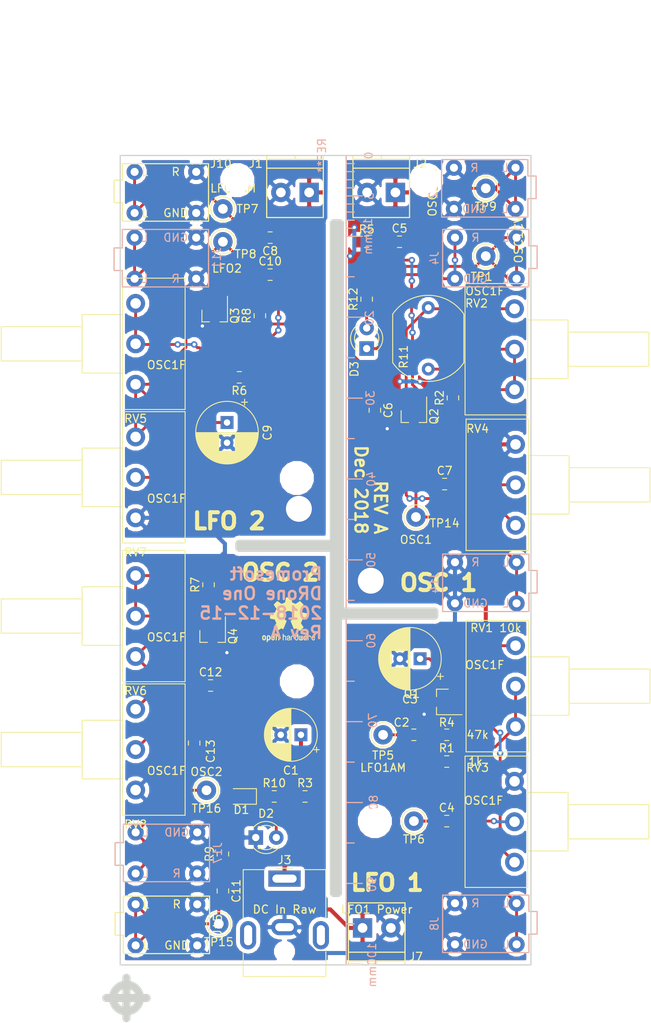
<source format=kicad_pcb>
(kicad_pcb (version 20171130) (host pcbnew "(5.0.0)")
  (layers (0 F.Cu signal) (31 B.Cu signal) (34 B.Paste user) (35 F.Paste user) (36 B.SilkS user) (37 F.SilkS user) (38 B.Mask user) (39 F.Mask user) (44 Edge.Cuts user))
  (net 0 "")
  (net 1 LFO1-OUT)
  (net 2 +10V)
  (net 3 "Net-(C2-Pad1)")
  (net 4 LFO1-AM)
  (net 5 "Net-(C4-Pad2)")
  (net 6 "Net-(C5-Pad1)")
  (net 7 "Net-(C7-Pad2)")
  (net 8 "Net-(C8-Pad1)")
  (net 9 "Net-(C10-Pad2)")
  (net 10 "Net-(C11-Pad1)")
  (net 11 "Net-(C13-Pad2)")
  (net 12 "Net-(Q1-Pad1)")
  (net 13 "Net-(Q2-Pad1)")
  (net 14 "Net-(Q3-Pad1)")
  (net 15 "Net-(Q4-Pad1)")
  (net 16 "Net-(R1-Pad2)")
  (net 17 "Net-(R6-Pad2)")
  (net 18 "Net-(R7-Pad2)")
  (net 19 GND)
  (net 20 OSC1-AM)
  (net 21 OSC1-OUT)
  (net 22 LFO2-AM)
  (net 23 LFO2-OUT)
  (net 24 OSC2-AM)
  (net 25 OSC2-OUT)
  (net 26 "Net-(D2-Pad2)")
  (net 27 /DC_in)
  (net 28 /LFO1)
  (net 29 /OSC1)
  (net 30 /LFO2)
  (net 31 /OSC2)
  (net 32 "Net-(D3-Pad1)")
  (net 33 "Net-(D3-Pad2)")
  (net 34 /OSC1_CV)
  (net 35 "Net-(R11-Pad1)")
  (module MountingHole:MountingHole_3.2mm_M3 (layer F.Cu) (at 150.368 75.438)
    (fp_text reference REF** hide)
    (fp_text value MountingHole_3.2mm_M3)
    (pad 1 np_thru_hole circle (at 0 0) (size 3.2 3.2) (drill 3.2) (layers *.Cu *.Mask))
  )
  (module Connector_Audio:AudioJack3StereoNarrow-PJ-321 (layer B.Cu) (at 164.592 117.856 180)
    (fp_text reference J8 (at 6.35 0 90) (layer B.SilkS) (effects (justify mirror)))
    (fp_text value AudioJack)
    (fp_text user GND (at 1.27 -2.54 180) (layer B.SilkS) (effects (justify mirror)))
    (fp_text user L (at -2.54 -2.54 180) (layer B.SilkS) (effects (justify mirror)))
    (fp_text user L (at -2.54 2.54 180) (layer B.SilkS) (effects (justify mirror)))
    (fp_text user R (at 1.27 2.54 180) (layer B.SilkS) (effects (justify mirror)))
    (pad S thru_hole circle (at 3.81 -2.54 180) (size 2 2) (drill 1) (layers *.Cu *.Mask) (net 19 GND))
    (pad R thru_hole circle (at 3.81 2.54 180) (size 2 2) (drill 1) (layers *.Cu *.Mask) (net 19 GND))
    (pad T thru_hole circle (at -3.81 -2.54 180) (size 2 2) (drill 1) (layers *.Cu *.Mask) (net 1 LFO1-OUT))
    (pad T thru_hole circle (at -3.81 2.54 180) (size 2 2) (drill 1) (layers *.Cu *.Mask) (net 1 LFO1-OUT))
  )
  (module Connector_Audio:AudioJack3StereoNarrow-PJ-321 (layer F.Cu) (at 124.968 27.432)
    (fp_text reference J10 (at 6.858 -3.556 180) (layer F.SilkS))
    (fp_text value AudioJack)
    (fp_text user GND (at 1.27 2.54) (layer F.SilkS))
    (fp_text user L (at -2.54 2.54) (layer F.SilkS))
    (fp_text user L (at -2.54 -2.54) (layer F.SilkS))
    (fp_text user R (at 1.27 -2.54) (layer F.SilkS))
    (pad S thru_hole circle (at 3.81 2.54) (size 2 2) (drill 1) (layers *.Cu *.Mask) (net 19 GND))
    (pad R thru_hole circle (at 3.81 -2.54) (size 2 2) (drill 1) (layers *.Cu *.Mask) (net 19 GND))
    (pad T thru_hole circle (at -3.81 2.54) (size 2 2) (drill 1) (layers *.Cu *.Mask) (net 22 LFO2-AM))
    (pad T thru_hole circle (at -3.81 -2.54) (size 2 2) (drill 1) (layers *.Cu *.Mask) (net 22 LFO2-AM))
  )
  (module Connector_Audio:AudioJack3StereoNarrow-PJ-321 (layer B.Cu) (at 124.968 35.56)
    (fp_text reference J11 (at 6.35 0 -90) (layer B.SilkS) (effects (justify mirror)))
    (fp_text value AudioJack)
    (fp_text user GND (at 1.27 -2.54) (layer B.SilkS) (effects (justify mirror)))
    (fp_text user L (at -2.54 -2.54) (layer B.SilkS) (effects (justify mirror)))
    (fp_text user L (at -2.54 2.54) (layer B.SilkS) (effects (justify mirror)))
    (fp_text user R (at 1.27 2.54) (layer B.SilkS) (effects (justify mirror)))
    (pad S thru_hole circle (at 3.81 -2.54) (size 2 2) (drill 1) (layers *.Cu *.Mask) (net 19 GND))
    (pad R thru_hole circle (at 3.81 2.54) (size 2 2) (drill 1) (layers *.Cu *.Mask) (net 19 GND))
    (pad T thru_hole circle (at -3.81 -2.54) (size 2 2) (drill 1) (layers *.Cu *.Mask) (net 23 LFO2-OUT))
    (pad T thru_hole circle (at -3.81 2.54) (size 2 2) (drill 1) (layers *.Cu *.Mask) (net 23 LFO2-OUT))
  )
  (module Connector_Audio:AudioJack3StereoNarrow-PJ-321 (layer B.Cu) (at 164.465 26.924 180)
    (fp_text reference J12 (at 6.35 0 90) (layer B.SilkS) (effects (justify mirror)))
    (fp_text value AudioJack)
    (fp_text user GND (at 1.27 -2.54 180) (layer B.SilkS) (effects (justify mirror)))
    (fp_text user L (at -2.54 -2.54 180) (layer B.SilkS) (effects (justify mirror)))
    (fp_text user L (at -2.54 2.54 180) (layer B.SilkS) (effects (justify mirror)))
    (fp_text user R (at 1.27 2.54 180) (layer B.SilkS) (effects (justify mirror)))
    (pad S thru_hole circle (at 3.81 -2.54 180) (size 2 2) (drill 1) (layers *.Cu *.Mask) (net 19 GND))
    (pad R thru_hole circle (at 3.81 2.54 180) (size 2 2) (drill 1) (layers *.Cu *.Mask) (net 19 GND))
    (pad T thru_hole circle (at -3.81 -2.54 180) (size 2 2) (drill 1) (layers *.Cu *.Mask) (net 20 OSC1-AM))
    (pad T thru_hole circle (at -3.81 2.54 180) (size 2 2) (drill 1) (layers *.Cu *.Mask) (net 20 OSC1-AM))
  )
  (module Connector_Audio:AudioJack3StereoNarrow-PJ-321 (layer B.Cu) (at 164.592 75.692 180)
    (fp_text reference J14 (at 6.35 0 90) (layer B.SilkS) (effects (justify mirror)))
    (fp_text value AudioJack)
    (fp_text user GND (at 1.27 -2.54 180) (layer B.SilkS) (effects (justify mirror)))
    (fp_text user L (at -2.54 -2.54 180) (layer B.SilkS) (effects (justify mirror)))
    (fp_text user L (at -2.54 2.54 180) (layer B.SilkS) (effects (justify mirror)))
    (fp_text user R (at 1.27 2.54 180) (layer B.SilkS) (effects (justify mirror)))
    (pad S thru_hole circle (at 3.81 -2.54 180) (size 2 2) (drill 1) (layers *.Cu *.Mask) (net 19 GND))
    (pad R thru_hole circle (at 3.81 2.54 180) (size 2 2) (drill 1) (layers *.Cu *.Mask) (net 19 GND))
    (pad T thru_hole circle (at -3.81 -2.54 180) (size 2 2) (drill 1) (layers *.Cu *.Mask) (net 21 OSC1-OUT))
    (pad T thru_hole circle (at -3.81 2.54 180) (size 2 2) (drill 1) (layers *.Cu *.Mask) (net 21 OSC1-OUT))
  )
  (module Connector_Audio:AudioJack3StereoNarrow-PJ-321 (layer F.Cu) (at 125.095 117.983)
    (fp_text reference J15 (at 6.35 0 90) (layer F.SilkS))
    (fp_text value AudioJack)
    (fp_text user GND (at 1.27 2.54) (layer F.SilkS))
    (fp_text user L (at -2.54 2.54) (layer F.SilkS))
    (fp_text user L (at -2.54 -2.54) (layer F.SilkS))
    (fp_text user R (at 1.27 -2.54) (layer F.SilkS))
    (pad S thru_hole circle (at 3.81 2.54) (size 2 2) (drill 1) (layers *.Cu *.Mask) (net 19 GND))
    (pad R thru_hole circle (at 3.81 -2.54) (size 2 2) (drill 1) (layers *.Cu *.Mask) (net 19 GND))
    (pad T thru_hole circle (at -3.81 2.54) (size 2 2) (drill 1) (layers *.Cu *.Mask) (net 24 OSC2-AM))
    (pad T thru_hole circle (at -3.81 -2.54) (size 2 2) (drill 1) (layers *.Cu *.Mask) (net 24 OSC2-AM))
  )
  (module Connector_Audio:AudioJack3StereoNarrow-PJ-321 (layer B.Cu) (at 125.095 109.093)
    (fp_text reference J17 (at 6.35 0 -90) (layer B.SilkS) (effects (justify mirror)))
    (fp_text value AudioJack)
    (fp_text user GND (at 1.27 -2.54) (layer B.SilkS) (effects (justify mirror)))
    (fp_text user L (at -2.54 -2.54) (layer B.SilkS) (effects (justify mirror)))
    (fp_text user L (at -2.54 2.54) (layer B.SilkS) (effects (justify mirror)))
    (fp_text user R (at 1.27 2.54) (layer B.SilkS) (effects (justify mirror)))
    (pad S thru_hole circle (at 3.81 -2.54) (size 2 2) (drill 1) (layers *.Cu *.Mask) (net 19 GND))
    (pad R thru_hole circle (at 3.81 2.54) (size 2 2) (drill 1) (layers *.Cu *.Mask) (net 19 GND))
    (pad T thru_hole circle (at -3.81 -2.54) (size 2 2) (drill 1) (layers *.Cu *.Mask) (net 25 OSC2-OUT))
    (pad T thru_hole circle (at -3.81 2.54) (size 2 2) (drill 1) (layers *.Cu *.Mask) (net 25 OSC2-OUT))
  )
  (module Connector_Audio:AudioJack3StereoNarrow-PJ-321 (layer B.Cu) (at 164.592 35.56 180)
    (fp_text reference J4 (at 6.35 0 90) (layer B.SilkS) (effects (justify mirror)))
    (fp_text value OSC1CV)
    (fp_text user GND (at 1.27 -2.54 180) (layer B.SilkS) (effects (justify mirror)))
    (fp_text user L (at -2.54 -2.54 180) (layer B.SilkS) (effects (justify mirror)))
    (fp_text user L (at -2.54 2.54 180) (layer B.SilkS) (effects (justify mirror)))
    (fp_text user R (at 1.27 2.54 180) (layer B.SilkS) (effects (justify mirror)))
    (pad S thru_hole circle (at 3.81 -2.54 180) (size 2 2) (drill 1) (layers *.Cu *.Mask) (net 32 "Net-(D3-Pad1)"))
    (pad R thru_hole circle (at 3.81 2.54 180) (size 2 2) (drill 1) (layers *.Cu *.Mask) (net 32 "Net-(D3-Pad1)"))
    (pad T thru_hole circle (at -3.81 -2.54 180) (size 2 2) (drill 1) (layers *.Cu *.Mask) (net 34 /OSC1_CV))
    (pad T thru_hole circle (at -3.81 2.54 180) (size 2 2) (drill 1) (layers *.Cu *.Mask) (net 34 /OSC1_CV))
  )
  (module Connector_BarrelJack:BarrelJack_CUI_PJ-063AH_Horizontal (layer F.Cu) (at 139.7 112.268)
    (fp_text reference J3 (at 0 -2.3) (layer F.SilkS))
    (fp_text value "DC In Raw" (at 0 3.81) (layer F.SilkS))
    (pad "" np_thru_hole circle (at 0 9) (size 1.6 1.6) (drill 1.6) (layers *.Cu *.Mask))
    (pad MP thru_hole oval (at 4.5 7) (size 2 3.5) (drill oval 1 2.5) (layers *.Cu *.Mask))
    (pad MP thru_hole oval (at -4.5 7) (size 2 3.5) (drill oval 1 2.5) (layers *.Cu *.Mask))
    (pad 2 thru_hole oval (at 0 6) (size 3.3 2) (drill oval 2.3 1) (layers *.Cu *.Mask) (net 19 GND))
    (pad 1 thru_hole rect (at 0 0) (size 4 2) (drill oval 3 1) (layers *.Cu *.Mask) (net 27 /DC_in))
  )
  (module Potentiometer_THT:Potentiometer_Piher_T-16H_Single_Horizontal (layer F.Cu) (at 121.285 91.313 180)
    (fp_text reference RV8 (at 0 -14.25 180) (layer F.SilkS))
    (fp_text value 100k)
    (fp_text user OSC1F (at -3.81 -7.62 180) (layer F.SilkS))
    (pad 1 thru_hole circle (at 0 0 180) (size 2.34 2.34) (drill 1.3) (layers *.Cu *.Mask) (net 31 /OSC2))
    (pad 2 thru_hole circle (at 0 -5 180) (size 2.34 2.34) (drill 1.3) (layers *.Cu *.Mask) (net 11 "Net-(C13-Pad2)"))
    (pad 3 thru_hole circle (at 0 -10 180) (size 2.34 2.34) (drill 1.3) (layers *.Cu *.Mask) (net 19 GND))
  )
  (module Potentiometer_THT:Potentiometer_Piher_T-16H_Single_Horizontal (layer F.Cu) (at 121.285 74.803 180)
    (fp_text reference RV6 (at 0 -14.25 180) (layer F.SilkS))
    (fp_text value 10k)
    (fp_text user OSC1F (at -3.81 -7.62 180) (layer F.SilkS))
    (pad 1 thru_hole circle (at 0 0 180) (size 2.34 2.34) (drill 1.3) (layers *.Cu *.Mask) (net 18 "Net-(R7-Pad2)"))
    (pad 2 thru_hole circle (at 0 -5 180) (size 2.34 2.34) (drill 1.3) (layers *.Cu *.Mask) (net 18 "Net-(R7-Pad2)"))
    (pad 3 thru_hole circle (at 0 -10 180) (size 2.34 2.34) (drill 1.3) (layers *.Cu *.Mask) (net 31 /OSC2))
  )
  (module Potentiometer_THT:Potentiometer_Piher_T-16H_Single_Horizontal (layer F.Cu) (at 121.285 57.658 180)
    (fp_text reference RV7 (at 0 -14.25 180) (layer F.SilkS))
    (fp_text value 100k)
    (fp_text user OSC1F (at -3.81 -7.62 180) (layer F.SilkS))
    (pad 1 thru_hole circle (at 0 0 180) (size 2.34 2.34) (drill 1.3) (layers *.Cu *.Mask) (net 30 /LFO2))
    (pad 2 thru_hole circle (at 0 -5 180) (size 2.34 2.34) (drill 1.3) (layers *.Cu *.Mask) (net 9 "Net-(C10-Pad2)"))
    (pad 3 thru_hole circle (at 0 -10 180) (size 2.34 2.34) (drill 1.3) (layers *.Cu *.Mask) (net 19 GND))
  )
  (module Potentiometer_THT:Potentiometer_Piher_T-16H_Single_Horizontal (layer F.Cu) (at 121.285 41.148 180)
    (fp_text reference RV5 (at 0 -14.25 180) (layer F.SilkS))
    (fp_text value 10k)
    (fp_text user OSC1F (at -3.81 -7.62 180) (layer F.SilkS))
    (pad 1 thru_hole circle (at 0 0 180) (size 2.34 2.34) (drill 1.3) (layers *.Cu *.Mask) (net 17 "Net-(R6-Pad2)"))
    (pad 2 thru_hole circle (at 0 -5 180) (size 2.34 2.34) (drill 1.3) (layers *.Cu *.Mask) (net 17 "Net-(R6-Pad2)"))
    (pad 3 thru_hole circle (at 0 -10 180) (size 2.34 2.34) (drill 1.3) (layers *.Cu *.Mask) (net 30 /LFO2))
  )
  (module Potentiometer_THT:Potentiometer_Piher_T-16H_Single_Horizontal (layer F.Cu) (at 168.148 110.236)
    (fp_text reference RV3 (at -4.572 -11.684) (layer F.SilkS))
    (fp_text value 100k)
    (fp_text user OSC1F (at -3.81 -7.62) (layer F.SilkS))
    (pad 1 thru_hole circle (at 0 0) (size 2.34 2.34) (drill 1.3) (layers *.Cu *.Mask) (net 28 /LFO1))
    (pad 2 thru_hole circle (at 0 -5) (size 2.34 2.34) (drill 1.3) (layers *.Cu *.Mask) (net 5 "Net-(C4-Pad2)"))
    (pad 3 thru_hole circle (at 0 -10) (size 2.34 2.34) (drill 1.3) (layers *.Cu *.Mask) (net 19 GND))
  )
  (module Potentiometer_THT:Potentiometer_Piher_T-16H_Single_Horizontal (layer F.Cu) (at 168.275 93.472)
    (fp_text reference RV1 (at -4.191 -12.192) (layer F.SilkS))
    (fp_text value 10k (at -0.635 -12.192) (layer F.SilkS))
    (fp_text user OSC1F (at -3.81 -7.62) (layer F.SilkS))
    (pad 1 thru_hole circle (at 0 0) (size 2.34 2.34) (drill 1.3) (layers *.Cu *.Mask) (net 16 "Net-(R1-Pad2)"))
    (pad 2 thru_hole circle (at 0 -5) (size 2.34 2.34) (drill 1.3) (layers *.Cu *.Mask) (net 16 "Net-(R1-Pad2)"))
    (pad 3 thru_hole circle (at 0 -10) (size 2.34 2.34) (drill 1.3) (layers *.Cu *.Mask) (net 28 /LFO1))
  )
  (module Potentiometer_THT:Potentiometer_Piher_T-16H_Single_Horizontal (layer F.Cu) (at 168.275 68.58)
    (fp_text reference RV4 (at -4.699 -11.938) (layer F.SilkS))
    (fp_text value 100k)
    (pad 1 thru_hole circle (at 0 0) (size 2.34 2.34) (drill 1.3) (layers *.Cu *.Mask) (net 29 /OSC1))
    (pad 2 thru_hole circle (at 0 -5) (size 2.34 2.34) (drill 1.3) (layers *.Cu *.Mask) (net 7 "Net-(C7-Pad2)"))
    (pad 3 thru_hole circle (at 0 -10) (size 2.34 2.34) (drill 1.3) (layers *.Cu *.Mask) (net 19 GND))
  )
  (module Potentiometer_THT:Potentiometer_Piher_T-16H_Single_Horizontal (layer F.Cu) (at 168.148 51.816)
    (fp_text reference RV2 (at -4.699 -10.668) (layer F.SilkS))
    (fp_text value 10k)
    (fp_text user OSC1F (at -3.683 -12.192) (layer F.SilkS))
    (pad 1 thru_hole circle (at 0 0) (size 2.34 2.34) (drill 1.3) (layers *.Cu *.Mask) (net 35 "Net-(R11-Pad1)"))
    (pad 2 thru_hole circle (at 0 -5) (size 2.34 2.34) (drill 1.3) (layers *.Cu *.Mask) (net 35 "Net-(R11-Pad1)"))
    (pad 3 thru_hole circle (at 0 -10) (size 2.34 2.34) (drill 1.3) (layers *.Cu *.Mask) (net 29 /OSC1))
  )
  (module Capacitor_SMD:C_0805_2012Metric_Pad1.15x1.40mm_HandSolder (layer F.Cu) (at 155.702 94.488 180)
    (fp_text reference C2 (at 1.524 1.524 180) (layer F.SilkS))
    (fp_text value 680n)
    (pad 1 smd roundrect (at -1.025 0 180) (size 1.15 1.4) (layers F.Cu F.Paste F.Mask) (roundrect_rratio 0.217391) (net 3 "Net-(C2-Pad1)"))
    (pad 2 smd roundrect (at 1.025 0 180) (size 1.15 1.4) (layers F.Cu F.Paste F.Mask) (roundrect_rratio 0.217391) (net 4 LFO1-AM))
  )
  (module Capacitor_THT:CP_Radial_D7.5mm_P2.50mm (layer F.Cu) (at 156.464 85.09 180)
    (fp_text reference C3 (at 1.25 -5 180) (layer F.SilkS))
    (fp_text value 220u)
    (pad 1 thru_hole rect (at 0 0 180) (size 1.6 1.6) (drill 0.8) (layers *.Cu *.Mask) (net 28 /LFO1))
    (pad 2 thru_hole circle (at 2.5 0 180) (size 1.6 1.6) (drill 0.8) (layers *.Cu *.Mask) (net 19 GND))
  )
  (module Capacitor_SMD:C_0805_2012Metric_Pad1.15x1.40mm_HandSolder (layer F.Cu) (at 159.766 105.156)
    (fp_text reference C4 (at 0 -1.65) (layer F.SilkS))
    (fp_text value 470n)
    (pad 1 smd roundrect (at -1.025 0) (size 1.15 1.4) (layers F.Cu F.Paste F.Mask) (roundrect_rratio 0.217391) (net 1 LFO1-OUT))
    (pad 2 smd roundrect (at 1.025 0) (size 1.15 1.4) (layers F.Cu F.Paste F.Mask) (roundrect_rratio 0.217391) (net 5 "Net-(C4-Pad2)"))
  )
  (module Capacitor_SMD:C_0805_2012Metric_Pad1.15x1.40mm_HandSolder (layer F.Cu) (at 153.924 33.528)
    (fp_text reference C5 (at 0 -1.65) (layer F.SilkS))
    (fp_text value 220n)
    (pad 1 smd roundrect (at -1.025 0) (size 1.15 1.4) (layers F.Cu F.Paste F.Mask) (roundrect_rratio 0.217391) (net 6 "Net-(C5-Pad1)"))
    (pad 2 smd roundrect (at 1.025 0) (size 1.15 1.4) (layers F.Cu F.Paste F.Mask) (roundrect_rratio 0.217391) (net 20 OSC1-AM))
  )
  (module Capacitor_SMD:C_0805_2012Metric_Pad1.15x1.40mm_HandSolder (layer F.Cu) (at 150.876 54.356 270)
    (fp_text reference C6 (at 0 -1.65 270) (layer F.SilkS))
    (fp_text value 4u7)
    (pad 2 smd roundrect (at 1.025 0 270) (size 1.15 1.4) (layers F.Cu F.Paste F.Mask) (roundrect_rratio 0.217391) (net 19 GND))
    (pad 1 smd roundrect (at -1.025 0 270) (size 1.15 1.4) (layers F.Cu F.Paste F.Mask) (roundrect_rratio 0.217391) (net 29 /OSC1))
  )
  (module Capacitor_SMD:C_0805_2012Metric_Pad1.15x1.40mm_HandSolder (layer F.Cu) (at 159.501001 63.487001)
    (fp_text reference C7 (at 0 -1.65) (layer F.SilkS))
    (fp_text value 1u)
    (pad 2 smd roundrect (at 1.025 0) (size 1.15 1.4) (layers F.Cu F.Paste F.Mask) (roundrect_rratio 0.217391) (net 7 "Net-(C7-Pad2)"))
    (pad 1 smd roundrect (at -1.025 0) (size 1.15 1.4) (layers F.Cu F.Paste F.Mask) (roundrect_rratio 0.217391) (net 21 OSC1-OUT))
  )
  (module Capacitor_SMD:C_0805_2012Metric_Pad1.15x1.40mm_HandSolder (layer F.Cu) (at 137.922 33.02 180)
    (fp_text reference C8 (at 0 -1.65 180) (layer F.SilkS))
    (fp_text value 680n)
    (pad 2 smd roundrect (at 1.025 0 180) (size 1.15 1.4) (layers F.Cu F.Paste F.Mask) (roundrect_rratio 0.217391) (net 22 LFO2-AM))
    (pad 1 smd roundrect (at -1.025 0 180) (size 1.15 1.4) (layers F.Cu F.Paste F.Mask) (roundrect_rratio 0.217391) (net 8 "Net-(C8-Pad1)"))
  )
  (module Capacitor_THT:CP_Radial_D7.5mm_P2.50mm (layer F.Cu) (at 132.588 55.88 270)
    (fp_text reference C9 (at 1.25 -5 270) (layer F.SilkS))
    (fp_text value 100u)
    (pad 1 thru_hole rect (at 0 0 270) (size 1.6 1.6) (drill 0.8) (layers *.Cu *.Mask) (net 30 /LFO2))
    (pad 2 thru_hole circle (at 2.5 0 270) (size 1.6 1.6) (drill 0.8) (layers *.Cu *.Mask) (net 19 GND))
  )
  (module Capacitor_SMD:C_0805_2012Metric_Pad1.15x1.40mm_HandSolder (layer F.Cu) (at 137.922 37.592)
    (fp_text reference C10 (at 0 -1.65) (layer F.SilkS))
    (fp_text value 470n)
    (pad 1 smd roundrect (at -1.025 0) (size 1.15 1.4) (layers F.Cu F.Paste F.Mask) (roundrect_rratio 0.217391) (net 23 LFO2-OUT))
    (pad 2 smd roundrect (at 1.025 0) (size 1.15 1.4) (layers F.Cu F.Paste F.Mask) (roundrect_rratio 0.217391) (net 9 "Net-(C10-Pad2)"))
  )
  (module Capacitor_SMD:C_0805_2012Metric_Pad1.15x1.40mm_HandSolder (layer F.Cu) (at 132.08 113.792 270)
    (fp_text reference C11 (at 0 -1.65 270) (layer F.SilkS))
    (fp_text value 220n)
    (pad 2 smd roundrect (at 1.025 0 270) (size 1.15 1.4) (layers F.Cu F.Paste F.Mask) (roundrect_rratio 0.217391) (net 24 OSC2-AM))
    (pad 1 smd roundrect (at -1.025 0 270) (size 1.15 1.4) (layers F.Cu F.Paste F.Mask) (roundrect_rratio 0.217391) (net 10 "Net-(C11-Pad1)"))
  )
  (module Capacitor_SMD:C_0805_2012Metric_Pad1.15x1.40mm_HandSolder (layer F.Cu) (at 130.556 88.392)
    (fp_text reference C12 (at 0 -1.65) (layer F.SilkS))
    (fp_text value 2u2)
    (pad 1 smd roundrect (at -1.025 0) (size 1.15 1.4) (layers F.Cu F.Paste F.Mask) (roundrect_rratio 0.217391) (net 31 /OSC2))
    (pad 2 smd roundrect (at 1.025 0) (size 1.15 1.4) (layers F.Cu F.Paste F.Mask) (roundrect_rratio 0.217391) (net 19 GND))
  )
  (module Capacitor_SMD:C_0805_2012Metric_Pad1.15x1.40mm_HandSolder (layer F.Cu) (at 128.524 95.504 90)
    (fp_text reference C13 (at -1.016 2.032 90) (layer F.SilkS))
    (fp_text value 1u)
    (pad 2 smd roundrect (at 1.025 0 90) (size 1.15 1.4) (layers F.Cu F.Paste F.Mask) (roundrect_rratio 0.217391) (net 11 "Net-(C13-Pad2)"))
    (pad 1 smd roundrect (at -1.025 0 90) (size 1.15 1.4) (layers F.Cu F.Paste F.Mask) (roundrect_rratio 0.217391) (net 25 OSC2-OUT))
  )
  (module Diode_SMD:D_0805_2012Metric_Pad1.15x1.40mm_HandSolder (layer F.Cu) (at 134.366 102.108 180)
    (fp_text reference D1 (at 0 -1.65 180) (layer F.SilkS))
    (fp_text value 9v)
    (pad 1 smd roundrect (at -1.025 0 180) (size 1.15 1.4) (layers F.Cu F.Paste F.Mask) (roundrect_rratio 0.217391) (net 2 +10V))
    (pad 2 smd roundrect (at 1.025 0 180) (size 1.15 1.4) (layers F.Cu F.Paste F.Mask) (roundrect_rratio 0.217391) (net 19 GND))
  )
  (module TerminalBlock_Phoenix:TerminalBlock_Phoenix_PT-3.5mm_2pol (layer F.Cu) (at 142.748 27.432 180)
    (fp_text reference J1 (at 6.604 3.556 180) (layer F.SilkS))
    (fp_text value "Power Out")
    (pad 2 thru_hole circle (at 3.5 0 180) (size 2.4 2.4) (drill 1.2) (layers *.Cu *.Mask) (net 19 GND))
    (pad 1 thru_hole rect (at 0 0 180) (size 2.4 2.4) (drill 1.2) (layers *.Cu *.Mask) (net 2 +10V))
  )
  (module TerminalBlock_Phoenix:TerminalBlock_Phoenix_PT-3.5mm_2pol (layer F.Cu) (at 153.416 27.432 180)
    (fp_text reference J2 (at -3.048 3.556 180) (layer F.SilkS))
    (fp_text value "Power Out")
    (pad 1 thru_hole rect (at 0 0 180) (size 2.4 2.4) (drill 1.2) (layers *.Cu *.Mask) (net 2 +10V))
    (pad 2 thru_hole circle (at 3.5 0 180) (size 2.4 2.4) (drill 1.2) (layers *.Cu *.Mask) (net 19 GND))
  )
  (module TerminalBlock_Phoenix:TerminalBlock_Phoenix_PT-3.5mm_2pol (layer F.Cu) (at 149.352 118.364)
    (fp_text reference J7 (at 6.604 3.556) (layer F.SilkS))
    (fp_text value "LFO1 Power" (at 1.75 -2.286) (layer F.SilkS))
    (pad 2 thru_hole circle (at 3.5 0) (size 2.4 2.4) (drill 1.2) (layers *.Cu *.Mask) (net 19 GND))
    (pad 1 thru_hole rect (at 0 0) (size 2.4 2.4) (drill 1.2) (layers *.Cu *.Mask) (net 2 +10V))
  )
  (module Package_TO_SOT_SMD:SOT-23_Handsoldering (layer F.Cu) (at 159.258 90.424 180)
    (fp_text reference Q1 (at 3.81 1.016 180) (layer F.SilkS))
    (fp_text value S9018)
    (pad 3 smd rect (at 1.5 0 180) (size 1.9 0.8) (layers F.Cu F.Paste F.Mask) (net 19 GND))
    (pad 2 smd rect (at -1.5 0.95 180) (size 1.9 0.8) (layers F.Cu F.Paste F.Mask) (net 28 /LFO1))
    (pad 1 smd rect (at -1.5 -0.95 180) (size 1.9 0.8) (layers F.Cu F.Paste F.Mask) (net 12 "Net-(Q1-Pad1)"))
  )
  (module Package_TO_SOT_SMD:SOT-23_Handsoldering (layer F.Cu) (at 155.702 55.118 270)
    (fp_text reference Q2 (at 0 -2.5 270) (layer F.SilkS))
    (fp_text value S9018)
    (pad 3 smd rect (at 1.5 0 270) (size 1.9 0.8) (layers F.Cu F.Paste F.Mask) (net 19 GND))
    (pad 2 smd rect (at -1.5 0.95 270) (size 1.9 0.8) (layers F.Cu F.Paste F.Mask) (net 29 /OSC1))
    (pad 1 smd rect (at -1.5 -0.95 270) (size 1.9 0.8) (layers F.Cu F.Paste F.Mask) (net 13 "Net-(Q2-Pad1)"))
  )
  (module Package_TO_SOT_SMD:SOT-23_Handsoldering (layer F.Cu) (at 131.064 42.672 270)
    (fp_text reference Q3 (at 0 -2.5 270) (layer F.SilkS))
    (fp_text value S9018)
    (pad 1 smd rect (at -1.5 -0.95 270) (size 1.9 0.8) (layers F.Cu F.Paste F.Mask) (net 14 "Net-(Q3-Pad1)"))
    (pad 2 smd rect (at -1.5 0.95 270) (size 1.9 0.8) (layers F.Cu F.Paste F.Mask) (net 30 /LFO2))
    (pad 3 smd rect (at 1.5 0 270) (size 1.9 0.8) (layers F.Cu F.Paste F.Mask) (net 19 GND))
  )
  (module Package_TO_SOT_SMD:SOT-23_Handsoldering (layer F.Cu) (at 130.81 82.296 270)
    (fp_text reference Q4 (at 0 -2.5 270) (layer F.SilkS))
    (fp_text value S9018)
    (pad 1 smd rect (at -1.5 -0.95 270) (size 1.9 0.8) (layers F.Cu F.Paste F.Mask) (net 15 "Net-(Q4-Pad1)"))
    (pad 2 smd rect (at -1.5 0.95 270) (size 1.9 0.8) (layers F.Cu F.Paste F.Mask) (net 31 /OSC2))
    (pad 3 smd rect (at 1.5 0 270) (size 1.9 0.8) (layers F.Cu F.Paste F.Mask) (net 19 GND))
  )
  (module Resistor_SMD:R_0805_2012Metric_Pad1.15x1.40mm_HandSolder (layer F.Cu) (at 159.766 97.79)
    (fp_text reference R1 (at 0 -1.65) (layer F.SilkS))
    (fp_text value 1k (at 3.556 0) (layer F.SilkS))
    (pad 2 smd roundrect (at 1.025 0) (size 1.15 1.4) (layers F.Cu F.Paste F.Mask) (roundrect_rratio 0.217391) (net 16 "Net-(R1-Pad2)"))
    (pad 1 smd roundrect (at -1.025 0) (size 1.15 1.4) (layers F.Cu F.Paste F.Mask) (roundrect_rratio 0.217391) (net 2 +10V))
  )
  (module Resistor_SMD:R_0805_2012Metric_Pad1.15x1.40mm_HandSolder (layer F.Cu) (at 160.528 52.832 90)
    (fp_text reference R2 (at 0 -1.65 90) (layer F.SilkS))
    (fp_text value 1k)
    (pad 1 smd roundrect (at -1.025 0 90) (size 1.15 1.4) (layers F.Cu F.Paste F.Mask) (roundrect_rratio 0.217391) (net 2 +10V))
    (pad 2 smd roundrect (at 1.025 0 90) (size 1.15 1.4) (layers F.Cu F.Paste F.Mask) (roundrect_rratio 0.217391) (net 35 "Net-(R11-Pad1)"))
  )
  (module Resistor_SMD:R_0805_2012Metric_Pad1.15x1.40mm_HandSolder (layer F.Cu) (at 142.24 102.108)
    (fp_text reference R3 (at 0 -1.65) (layer F.SilkS))
    (fp_text value 680R)
    (pad 2 smd roundrect (at 1.025 0) (size 1.15 1.4) (layers F.Cu F.Paste F.Mask) (roundrect_rratio 0.217391) (net 27 /DC_in))
    (pad 1 smd roundrect (at -1.025 0) (size 1.15 1.4) (layers F.Cu F.Paste F.Mask) (roundrect_rratio 0.217391) (net 2 +10V))
  )
  (module Resistor_SMD:R_0805_2012Metric_Pad1.15x1.40mm_HandSolder (layer F.Cu) (at 159.766 94.488)
    (fp_text reference R4 (at 0 -1.524) (layer F.SilkS))
    (fp_text value 47k (at 3.81 0) (layer F.SilkS))
    (pad 1 smd roundrect (at -1.025 0) (size 1.15 1.4) (layers F.Cu F.Paste F.Mask) (roundrect_rratio 0.217391) (net 3 "Net-(C2-Pad1)"))
    (pad 2 smd roundrect (at 1.025 0) (size 1.15 1.4) (layers F.Cu F.Paste F.Mask) (roundrect_rratio 0.217391) (net 12 "Net-(Q1-Pad1)"))
  )
  (module Resistor_SMD:R_0805_2012Metric_Pad1.15x1.40mm_HandSolder (layer F.Cu) (at 149.86 33.528 180)
    (fp_text reference R5 (at 0 1.524 180) (layer F.SilkS))
    (fp_text value 47k)
    (pad 1 smd roundrect (at -1.025 0 180) (size 1.15 1.4) (layers F.Cu F.Paste F.Mask) (roundrect_rratio 0.217391) (net 6 "Net-(C5-Pad1)"))
    (pad 2 smd roundrect (at 1.025 0 180) (size 1.15 1.4) (layers F.Cu F.Paste F.Mask) (roundrect_rratio 0.217391) (net 13 "Net-(Q2-Pad1)"))
  )
  (module Resistor_SMD:R_0805_2012Metric_Pad1.15x1.40mm_HandSolder (layer F.Cu) (at 134.112 50.292 180)
    (fp_text reference R6 (at 0 -1.65 180) (layer F.SilkS))
    (fp_text value 1k)
    (pad 2 smd roundrect (at 1.025 0 180) (size 1.15 1.4) (layers F.Cu F.Paste F.Mask) (roundrect_rratio 0.217391) (net 17 "Net-(R6-Pad2)"))
    (pad 1 smd roundrect (at -1.025 0 180) (size 1.15 1.4) (layers F.Cu F.Paste F.Mask) (roundrect_rratio 0.217391) (net 2 +10V))
  )
  (module Resistor_SMD:R_0805_2012Metric_Pad1.15x1.40mm_HandSolder (layer F.Cu) (at 130.302 75.937 90)
    (fp_text reference R7 (at 0 -1.65 90) (layer F.SilkS))
    (fp_text value 1k)
    (pad 1 smd roundrect (at -1.025 0 90) (size 1.15 1.4) (layers F.Cu F.Paste F.Mask) (roundrect_rratio 0.217391) (net 2 +10V))
    (pad 2 smd roundrect (at 1.025 0 90) (size 1.15 1.4) (layers F.Cu F.Paste F.Mask) (roundrect_rratio 0.217391) (net 18 "Net-(R7-Pad2)"))
  )
  (module Resistor_SMD:R_0805_2012Metric_Pad1.15x1.40mm_HandSolder (layer F.Cu) (at 136.652 42.672 90)
    (fp_text reference R8 (at 0 -1.65 90) (layer F.SilkS))
    (fp_text value 47k)
    (pad 1 smd roundrect (at -1.025 0 90) (size 1.15 1.4) (layers F.Cu F.Paste F.Mask) (roundrect_rratio 0.217391) (net 8 "Net-(C8-Pad1)"))
    (pad 2 smd roundrect (at 1.025 0 90) (size 1.15 1.4) (layers F.Cu F.Paste F.Mask) (roundrect_rratio 0.217391) (net 14 "Net-(Q3-Pad1)"))
  )
  (module Resistor_SMD:R_0805_2012Metric_Pad1.15x1.40mm_HandSolder (layer F.Cu) (at 132.08 109.22 90)
    (fp_text reference R9 (at 0 -1.65 90) (layer F.SilkS))
    (fp_text value 47k)
    (pad 2 smd roundrect (at 1.025 0 90) (size 1.15 1.4) (layers F.Cu F.Paste F.Mask) (roundrect_rratio 0.217391) (net 15 "Net-(Q4-Pad1)"))
    (pad 1 smd roundrect (at -1.025 0 90) (size 1.15 1.4) (layers F.Cu F.Paste F.Mask) (roundrect_rratio 0.217391) (net 10 "Net-(C11-Pad1)"))
  )
  (module Connector_Pin:Pin_D1.0mm_L10.0mm_LooseFit (layer F.Cu) (at 151.892 94.488)
    (fp_text reference TP5 (at 0 2.54) (layer F.SilkS))
    (fp_text value LFO1AM (at 0 4.064) (layer F.SilkS))
    (pad 1 thru_hole circle (at 0 0) (size 2.4 2.4) (drill 1.2) (layers *.Cu *.Mask) (net 4 LFO1-AM))
  )
  (module Connector_Pin:Pin_D1.0mm_L10.0mm_LooseFit (layer F.Cu) (at 155.702 105.156)
    (fp_text reference TP6 (at 0 2.25) (layer F.SilkS))
    (fp_text value LFO1)
    (pad 1 thru_hole circle (at 0 0) (size 2.4 2.4) (drill 1.2) (layers *.Cu *.Mask) (net 1 LFO1-OUT))
  )
  (module Connector_Pin:Pin_D1.0mm_L10.0mm_LooseFit (layer F.Cu) (at 132.08 29.464)
    (fp_text reference TP7 (at 3.048 0) (layer F.SilkS))
    (fp_text value LFO2AM (at 1.27 -2.54) (layer F.SilkS))
    (pad 1 thru_hole circle (at 0 0) (size 2.4 2.4) (drill 1.2) (layers *.Cu *.Mask) (net 22 LFO2-AM))
  )
  (module Connector_Pin:Pin_D1.0mm_L10.0mm_LooseFit (layer F.Cu) (at 132.08 33.528)
    (fp_text reference TP8 (at 2.794 1.524) (layer F.SilkS))
    (fp_text value LFO2 (at 0.508 3.302) (layer F.SilkS))
    (pad 1 thru_hole circle (at 0 0) (size 2.4 2.4) (drill 1.2) (layers *.Cu *.Mask) (net 23 LFO2-OUT))
  )
  (module Connector_Pin:Pin_D1.0mm_L10.0mm_LooseFit (layer F.Cu) (at 164.592 26.924)
    (fp_text reference TP9 (at 0 2.25) (layer F.SilkS))
    (fp_text value OSC1AM (at -6.604 0.508 90) (layer F.SilkS))
    (pad 1 thru_hole circle (at 0 0) (size 2.4 2.4) (drill 1.2) (layers *.Cu *.Mask) (net 20 OSC1-AM))
  )
  (module Connector_Pin:Pin_D1.0mm_L10.0mm_LooseFit (layer F.Cu) (at 155.956 67.564)
    (fp_text reference TP14 (at 3.556 0.762) (layer F.SilkS))
    (fp_text value OSC1 (at 0 2.794) (layer F.SilkS))
    (pad 1 thru_hole circle (at 0 0) (size 2.4 2.4) (drill 1.2) (layers *.Cu *.Mask) (net 21 OSC1-OUT))
  )
  (module Connector_Pin:Pin_D1.0mm_L10.0mm_LooseFit (layer F.Cu) (at 131.572 117.856)
    (fp_text reference TP15 (at 0 2.25) (layer F.SilkS))
    (fp_text value OSC2AM)
    (pad 1 thru_hole circle (at 0 0) (size 2.4 2.4) (drill 1.2) (layers *.Cu *.Mask) (net 24 OSC2-AM))
  )
  (module Connector_Pin:Pin_D1.0mm_L10.0mm_LooseFit (layer F.Cu) (at 130.048 101.346)
    (fp_text reference TP16 (at 0 2.25) (layer F.SilkS))
    (fp_text value OSC2 (at 0 -2.286) (layer F.SilkS))
    (pad 1 thru_hole circle (at 0 0) (size 2.4 2.4) (drill 1.2) (layers *.Cu *.Mask) (net 25 OSC2-OUT))
  )
  (module LED_THT:LED_D3.0mm (layer F.Cu) (at 136.144 107.188)
    (fp_text reference D2 (at 1.27 -2.96) (layer F.SilkS))
    (fp_text value red)
    (pad 1 thru_hole rect (at 0 0) (size 1.8 1.8) (drill 0.9) (layers *.Cu *.Mask) (net 19 GND))
    (pad 2 thru_hole circle (at 2.54 0) (size 1.8 1.8) (drill 0.9) (layers *.Cu *.Mask) (net 26 "Net-(D2-Pad2)"))
  )
  (module Resistor_SMD:R_0805_2012Metric_Pad1.15x1.40mm_HandSolder (layer F.Cu) (at 138.43 102.108)
    (fp_text reference R10 (at 0 -1.65) (layer F.SilkS))
    (fp_text value 1k2)
    (pad 1 smd roundrect (at -1.025 0) (size 1.15 1.4) (layers F.Cu F.Paste F.Mask) (roundrect_rratio 0.217391) (net 26 "Net-(D2-Pad2)"))
    (pad 2 smd roundrect (at 1.025 0) (size 1.15 1.4) (layers F.Cu F.Paste F.Mask) (roundrect_rratio 0.217391) (net 2 +10V))
  )
  (module Capacitor_THT:CP_Radial_D6.3mm_P2.50mm (layer F.Cu) (at 141.732 94.488 180)
    (fp_text reference C1 (at 1.25 -4.4 180) (layer F.SilkS))
    (fp_text value 100u)
    (pad 1 thru_hole rect (at 0 0 180) (size 1.6 1.6) (drill 0.8) (layers *.Cu *.Mask) (net 27 /DC_in))
    (pad 2 thru_hole circle (at 2.5 0 180) (size 1.6 1.6) (drill 0.8) (layers *.Cu *.Mask) (net 19 GND))
  )
  (module LED_THT:LED_D3.0mm (layer F.Cu) (at 149.86 46.736 90)
    (fp_text reference D3 (at -2.54 -1.524 90) (layer F.SilkS))
    (fp_text value OSC1CV)
    (pad 1 thru_hole rect (at 0 0 90) (size 1.8 1.8) (drill 0.9) (layers *.Cu *.Mask) (net 32 "Net-(D3-Pad1)"))
    (pad 2 thru_hole circle (at 2.54 0 90) (size 1.8 1.8) (drill 0.9) (layers *.Cu *.Mask) (net 33 "Net-(D3-Pad2)"))
  )
  (module OptoDevice:R_LDR_10x8.5mm_P7.6mm_Vertical (layer F.Cu) (at 157.48 49.276 90)
    (fp_text reference R11 (at 1.524 -3.048 90) (layer F.SilkS))
    (fp_text value OSC1CV)
    (pad 1 thru_hole circle (at 0 0 90) (size 1.6 1.6) (drill 0.8) (layers *.Cu *.Mask) (net 35 "Net-(R11-Pad1)"))
    (pad 2 thru_hole circle (at 7.6 0 90) (size 1.6 1.6) (drill 0.8) (layers *.Cu *.Mask) (net 29 /OSC1))
  )
  (module Resistor_SMD:R_0805_2012Metric_Pad1.15x1.40mm_HandSolder (layer F.Cu) (at 149.86 40.631 90)
    (fp_text reference R12 (at 0 -1.65 90) (layer F.SilkS))
    (fp_text value 1k2)
    (pad 1 smd roundrect (at -1.025 0 90) (size 1.15 1.4) (layers F.Cu F.Paste F.Mask) (roundrect_rratio 0.217391) (net 33 "Net-(D3-Pad2)"))
    (pad 2 smd roundrect (at 1.025 0 90) (size 1.15 1.4) (layers F.Cu F.Paste F.Mask) (roundrect_rratio 0.217391) (net 34 /OSC1_CV))
  )
  (module Connector_Pin:Pin_D1.0mm_L10.0mm_LooseFit (layer F.Cu) (at 164.592 35.306)
    (fp_text reference TP1 (at -0.508 2.54) (layer F.SilkS))
    (fp_text value OSC1CV (at 4.064 -2.032 90) (layer F.SilkS))
    (pad 1 thru_hole circle (at 0 0) (size 2.4 2.4) (drill 1.2) (layers *.Cu *.Mask) (net 34 /OSC1_CV))
  )
  (module Symbol:OSHW-Logo2_7.3x6mm_SilkScreen (layer F.Cu) (at 140.208 80.264)
    (fp_text reference REF** hide)
    (fp_text value OSHW-Logo2_7.3x6mm_SilkScreen hide)
  )
  (module Calibration_Scale:Gauge_100mm_Type1_SilkScreenTop (layer B.Cu) (at 147.32 22.86 270)
    (fp_text reference REF** (at 0 2.99974 270) (layer B.SilkS) (effects (justify mirror)))
    (fp_text value Gauge_100mm_Type1_SilkScreenTop)
    (fp_text user 10mm (at 9.99998 -2.70002 90) (layer B.SilkS) (effects (justify mirror)))
    (fp_text user 0 (at 0 -2.79908 270) (layer B.SilkS) (effects (justify mirror)))
    (fp_text user 5 (at 4.99872 -2.90068 270) (layer B.SilkS) (effects (justify mirror)))
    (fp_text user 20 (at 20.09902 -2.90068 270) (layer B.SilkS) (effects (justify mirror)))
    (fp_text user 30 (at 29.99994 -2.99974 270) (layer B.SilkS) (effects (justify mirror)))
    (fp_text user 40 (at 39.99992 -3.10134 270) (layer B.SilkS) (effects (justify mirror)))
    (fp_text user 50 (at 49.9999 -3.10134 270) (layer B.SilkS) (effects (justify mirror)))
    (fp_text user 60 (at 59.99988 -3.10134 270) (layer B.SilkS) (effects (justify mirror)))
    (fp_text user 70 (at 69.85 -3.302 270) (layer B.SilkS) (effects (justify mirror)))
    (fp_text user 80 (at 79.99984 -3.40106 270) (layer B.SilkS) (effects (justify mirror)))
    (fp_text user 90 (at 90.10142 -3.20294 270) (layer B.SilkS) (effects (justify mirror)))
    (fp_text user 100mm (at 100.1014 -3.20294 270) (layer B.SilkS) (effects (justify mirror)))
  )
  (module MountingHole:MountingHole_3.2mm_M3 (layer F.Cu) (at 133.858 25.908)
    (fp_text reference REF** hide)
    (fp_text value MountingHole_3.2mm_M3)
    (pad 1 np_thru_hole circle (at 0 0) (size 3.2 3.2) (drill 3.2) (layers *.Cu *.Mask))
  )
  (module MountingHole:MountingHole_3.2mm_M3 (layer F.Cu) (at 157.226 25.908)
    (fp_text reference REF** hide)
    (fp_text value MountingHole_3.2mm_M3)
    (pad 1 np_thru_hole circle (at 0 0) (size 3.2 3.2) (drill 3.2) (layers *.Cu *.Mask))
  )
  (module MountingHole:MountingHole_3.2mm_M3 (layer F.Cu) (at 141.478 66.548)
    (fp_text reference REF** hide)
    (fp_text value MountingHole_3.2mm_M3)
    (pad 1 np_thru_hole circle (at 0 0) (size 3.2 3.2) (drill 3.2) (layers *.Cu *.Mask))
  )
  (module MountingHole:MountingHole_3.2mm_M3 (layer F.Cu) (at 141.224 87.884)
    (fp_text reference REF** hide)
    (fp_text value MountingHole_3.2mm_M3)
    (pad 1 np_thru_hole circle (at 0 0) (size 3.2 3.2) (drill 3.2) (layers *.Cu *.Mask))
  )
  (module MountingHole:MountingHole_3.2mm_M3 (layer F.Cu) (at 150.876 105.156)
    (fp_text reference REF** hide)
    (fp_text value MountingHole_3.2mm_M3)
    (pad 1 np_thru_hole circle (at 0 0) (size 3.2 3.2) (drill 3.2) (layers *.Cu *.Mask))
  )
  (gr_line (start 134.112 71.374) (end 134.112 70.866) (layer Edge.Cuts) (width 1))
  (gr_line (start 158.242 79.756) (end 158.242 79.248) (layer Edge.Cuts) (width 1))
  (gr_line (start 146.304 79.756) (end 158.242 79.756) (layer Edge.Cuts) (width 1))
  (gr_line (start 146.304 80.01) (end 146.304 79.756) (layer Edge.Cuts) (width 1))
  (gr_line (start 146.304 114.046) (end 146.304 80.01) (layer Edge.Cuts) (width 1))
  (gr_line (start 145.796 114.046) (end 146.304 114.046) (layer Edge.Cuts) (width 1))
  (gr_line (start 145.796 71.374) (end 145.796 114.046) (layer Edge.Cuts) (width 1))
  (gr_line (start 134.112 71.374) (end 145.796 71.374) (layer Edge.Cuts) (width 1))
  (gr_line (start 145.796 70.866) (end 134.112 70.866) (layer Edge.Cuts) (width 1))
  (gr_line (start 145.796 31.242) (end 145.796 70.866) (layer Edge.Cuts) (width 1))
  (gr_line (start 146.558 31.242) (end 145.796 31.242) (layer Edge.Cuts) (width 1))
  (gr_line (start 146.558 79.248) (end 146.558 31.242) (layer Edge.Cuts) (width 1))
  (gr_line (start 158.242 79.248) (end 146.558 79.248) (layer Edge.Cuts) (width 1))
  (gr_text "REV A\nDec 2018" (at 150.368 69.85 270) (layer F.SilkS) (effects (font (size 1.5 1.5) (thickness 0.3)) (justify right)))
  (gr_text "Promesoft \nDRone One\n2018-12-15 \nRev A" (at 144.526 78.232) (layer B.SilkS) (effects (font (size 1.5 1.5) (thickness 0.3)) (justify left mirror)))
  (gr_text "OSC 2" (at 139.192 74.422) (layer F.SilkS) (effects (font (size 2 2) (thickness 0.5))))
  (gr_text "LFO 2" (at 132.842 68.072) (layer F.SilkS) (effects (font (size 2 2) (thickness 0.5))))
  (gr_text "LFO 1" (at 152.4 112.776) (layer F.SilkS) (effects (font (size 2 2) (thickness 0.5))))
  (gr_text "OSC 1" (at 158.75 75.692) (layer F.SilkS) (effects (font (size 2 2) (thickness 0.5))))
  (target plus (at 120.149383 127.025076) (size 5) (width 1) (layer Edge.Cuts))
  (gr_line (start 170.18 122.936) (end 170.18 22.86) (layer Edge.Cuts) (width 0.15))
  (gr_line (start 119.38 122.936) (end 170.18 122.936) (layer Edge.Cuts) (width 0.15))
  (gr_line (start 119.38 22.86) (end 119.38 122.936) (layer Edge.Cuts) (width 0.15))
  (gr_line (start 170.18 22.86) (end 119.38 22.86) (layer Edge.Cuts) (width 0.15))
  (segment (start 168.402 120.396) (end 168.402 115.316) (width 0.35) (layer F.Cu) (net 1))
  (segment (start 155.702 105.156) (end 158.741 105.156) (width 0.35) (layer F.Cu) (net 1))
  (segment (start 158.242 105.156) (end 155.702 105.156) (width 0.35) (layer F.Cu) (net 1))
  (segment (start 168.402 115.316) (end 158.242 105.156) (width 0.35) (layer F.Cu) (net 1))
  (segment (start 141.215 102.108) (end 139.455 102.108) (width 0.5) (layer F.Cu) (net 2))
  (via (at 148.336 31.75) (size 0.8) (drill 0.4) (layers F.Cu B.Cu) (net 2))
  (segment (start 150.798 31.75) (end 148.336 31.75) (width 0.5) (layer F.Cu) (net 2))
  (segment (start 153.416 27.432) (end 153.416 29.132) (width 0.5) (layer F.Cu) (net 2))
  (segment (start 153.416 29.132) (end 150.798 31.75) (width 0.5) (layer F.Cu) (net 2))
  (via (at 147.828 35.306) (size 0.8) (drill 0.4) (layers F.Cu B.Cu) (net 2))
  (segment (start 148.336 31.75) (end 148.336 34.798) (width 0.5) (layer B.Cu) (net 2))
  (segment (start 148.336 34.798) (end 147.828 35.306) (width 0.5) (layer B.Cu) (net 2))
  (via (at 156.464 50.8) (size 0.8) (drill 0.4) (layers F.Cu B.Cu) (net 2))
  (segment (start 160.528 53.857) (end 159.521 53.857) (width 0.5) (layer F.Cu) (net 2))
  (segment (start 159.521 53.857) (end 156.464 50.8) (width 0.5) (layer F.Cu) (net 2))
  (via (at 153.977 50.8) (size 0.8) (drill 0.4) (layers F.Cu B.Cu) (net 2))
  (segment (start 156.464 50.8) (end 153.977 50.8) (width 0.5) (layer B.Cu) (net 2))
  (segment (start 147.828 35.306) (end 147.828 36.068) (width 0.5) (layer F.Cu) (net 2))
  (segment (start 153.977 50.8) (end 153.577001 50.400001) (width 0.5) (layer F.Cu) (net 2))
  (segment (start 153.524001 50.400001) (end 153.577001 50.400001) (width 0.5) (layer F.Cu) (net 2))
  (segment (start 147.828 35.871685) (end 147.828 35.306) (width 0.5) (layer F.Cu) (net 2))
  (segment (start 147.828 47.314002) (end 147.828 35.871685) (width 0.5) (layer F.Cu) (net 2))
  (segment (start 151.313998 50.8) (end 147.828 47.314002) (width 0.5) (layer F.Cu) (net 2))
  (segment (start 153.977 50.8) (end 151.313998 50.8) (width 0.5) (layer F.Cu) (net 2))
  (segment (start 147.652 118.364) (end 149.352 118.364) (width 0.5) (layer F.Cu) (net 2))
  (segment (start 138.43 116.078) (end 145.366 116.078) (width 0.5) (layer F.Cu) (net 2))
  (segment (start 141.215 102.108) (end 141.215 107.451) (width 0.5) (layer F.Cu) (net 2))
  (segment (start 141.215 107.451) (end 138.938 109.728) (width 0.5) (layer F.Cu) (net 2))
  (segment (start 145.366 116.078) (end 147.652 118.364) (width 0.5) (layer F.Cu) (net 2))
  (segment (start 138.938 109.728) (end 137.16 109.728) (width 0.5) (layer F.Cu) (net 2))
  (segment (start 137.16 109.728) (end 136.144 110.744) (width 0.5) (layer F.Cu) (net 2))
  (segment (start 136.144 110.744) (end 136.144 113.792) (width 0.5) (layer F.Cu) (net 2))
  (segment (start 136.144 113.792) (end 138.43 116.078) (width 0.5) (layer F.Cu) (net 2))
  (segment (start 132.334 70.866) (end 131.45201 69.98401) (width 0.5) (layer F.Cu) (net 2))
  (segment (start 130.302 76.962) (end 132.334 74.93) (width 0.5) (layer F.Cu) (net 2))
  (segment (start 132.334 74.93) (end 132.334 70.866) (width 0.5) (layer F.Cu) (net 2))
  (segment (start 164.592 77.47) (end 164.592 81.026) (width 0.5) (layer F.Cu) (net 2))
  (segment (start 164.592 81.026) (end 148.082 81.026) (width 0.5) (layer F.Cu) (net 2))
  (segment (start 148.082 81.026) (end 148.082 98.044) (width 0.5) (layer F.Cu) (net 2))
  (segment (start 148.082 98.044) (end 148.336 98.044) (width 0.5) (layer F.Cu) (net 2))
  (segment (start 148.336 98.044) (end 148.59 98.298) (width 0.5) (layer F.Cu) (net 2))
  (segment (start 148.59 98.298) (end 157.226 98.298) (width 0.5) (layer F.Cu) (net 2))
  (segment (start 158.066 97.79) (end 158.741 97.79) (width 0.5) (layer F.Cu) (net 2))
  (segment (start 157.734 97.79) (end 158.066 97.79) (width 0.5) (layer F.Cu) (net 2))
  (segment (start 157.226 98.298) (end 157.734 97.79) (width 0.5) (layer F.Cu) (net 2))
  (segment (start 162.430036 77.47) (end 164.592 77.47) (width 0.5) (layer F.Cu) (net 2))
  (segment (start 147.828 62.867964) (end 162.430036 77.47) (width 0.5) (layer F.Cu) (net 2))
  (segment (start 147.828 47.314002) (end 147.828 62.867964) (width 0.5) (layer F.Cu) (net 2))
  (segment (start 156.727 94.488) (end 158.741 94.488) (width 0.35) (layer F.Cu) (net 3))
  (segment (start 151.892 94.488) (end 154.677 94.488) (width 0.35) (layer F.Cu) (net 4))
  (via (at 165.595 105.156) (size 0.8) (drill 0.4) (layers F.Cu B.Cu) (net 5))
  (segment (start 168.148 105.236) (end 165.675 105.236) (width 0.35) (layer B.Cu) (net 5))
  (segment (start 165.675 105.236) (end 165.595 105.156) (width 0.35) (layer B.Cu) (net 5))
  (segment (start 165.595 105.156) (end 160.791 105.156) (width 0.35) (layer F.Cu) (net 5))
  (segment (start 152.899 33.528) (end 150.885 33.528) (width 0.35) (layer F.Cu) (net 6))
  (segment (start 160.619 63.58) (end 160.526001 63.487001) (width 0.35) (layer F.Cu) (net 7))
  (segment (start 168.275 63.58) (end 160.619 63.58) (width 0.35) (layer F.Cu) (net 7))
  (segment (start 139.691 43.697) (end 136.652 43.697) (width 0.35) (layer F.Cu) (net 8))
  (segment (start 140.97 42.418) (end 139.691 43.697) (width 0.35) (layer F.Cu) (net 8))
  (segment (start 140.97 33.528) (end 140.97 42.418) (width 0.35) (layer F.Cu) (net 8))
  (segment (start 138.947 33.02) (end 140.462 33.02) (width 0.35) (layer F.Cu) (net 8))
  (segment (start 140.462 33.02) (end 140.97 33.528) (width 0.35) (layer F.Cu) (net 8))
  (via (at 138.938 42.922) (size 0.8) (drill 0.4) (layers F.Cu B.Cu) (net 9))
  (segment (start 138.947 37.592) (end 138.947 42.913) (width 0.35) (layer F.Cu) (net 9))
  (segment (start 138.947 42.913) (end 138.938 42.922) (width 0.35) (layer F.Cu) (net 9))
  (via (at 138.938 44.472) (size 0.8) (drill 0.4) (layers F.Cu B.Cu) (net 9))
  (segment (start 138.938 42.922) (end 138.938 44.472) (width 0.35) (layer B.Cu) (net 9))
  (segment (start 122.939629 62.658) (end 121.285 62.658) (width 0.35) (layer F.Cu) (net 9))
  (segment (start 130.636 62.658) (end 122.939629 62.658) (width 0.35) (layer F.Cu) (net 9))
  (segment (start 134.112 59.182) (end 130.636 62.658) (width 0.35) (layer F.Cu) (net 9))
  (segment (start 138.938 44.472) (end 134.112 49.298) (width 0.35) (layer F.Cu) (net 9))
  (segment (start 134.112 49.298) (end 134.112 59.182) (width 0.35) (layer F.Cu) (net 9))
  (segment (start 132.08 112.767) (end 132.08 110.245) (width 0.35) (layer F.Cu) (net 10))
  (segment (start 123.119 94.479) (end 128.524 94.479) (width 0.35) (layer F.Cu) (net 11))
  (segment (start 121.285 96.313) (end 123.119 94.479) (width 0.35) (layer F.Cu) (net 11))
  (segment (start 160.791 91.407) (end 160.758 91.374) (width 0.35) (layer F.Cu) (net 12))
  (segment (start 160.791 94.488) (end 160.791 91.407) (width 0.35) (layer F.Cu) (net 12))
  (via (at 155.527 44.754008) (size 0.8) (drill 0.4) (layers F.Cu B.Cu) (net 13))
  (segment (start 155.527 49.062002) (end 155.527 44.754008) (width 0.35) (layer F.Cu) (net 13))
  (segment (start 155.527 51.193) (end 155.527 49.062002) (width 0.35) (layer F.Cu) (net 13))
  (segment (start 156.652 53.618) (end 156.652 52.318) (width 0.35) (layer F.Cu) (net 13))
  (segment (start 156.652 52.318) (end 155.527 51.193) (width 0.35) (layer F.Cu) (net 13))
  (via (at 155.417992 42.641992) (size 0.8) (drill 0.4) (layers F.Cu B.Cu) (net 13))
  (segment (start 155.527 44.754008) (end 155.527 42.751) (width 0.35) (layer B.Cu) (net 13))
  (segment (start 155.527 42.751) (end 155.417992 42.641992) (width 0.35) (layer B.Cu) (net 13))
  (segment (start 155.417992 42.641992) (end 155.417992 38.397018) (width 0.35) (layer F.Cu) (net 13))
  (segment (start 155.417992 38.397018) (end 155.448 38.36701) (width 0.35) (layer F.Cu) (net 13))
  (via (at 155.448 38.36701) (size 0.8) (drill 0.4) (layers F.Cu B.Cu) (net 13))
  (via (at 155.448 35.801) (size 0.8) (drill 0.4) (layers F.Cu B.Cu) (net 13))
  (segment (start 155.448 38.36701) (end 155.448 35.801) (width 0.35) (layer B.Cu) (net 13))
  (segment (start 151.108 35.801) (end 148.835 33.528) (width 0.35) (layer F.Cu) (net 13))
  (segment (start 155.448 35.801) (end 151.108 35.801) (width 0.35) (layer F.Cu) (net 13))
  (segment (start 136.177 41.172) (end 136.652 41.647) (width 0.35) (layer F.Cu) (net 14))
  (segment (start 132.014 41.172) (end 136.177 41.172) (width 0.35) (layer F.Cu) (net 14))
  (segment (start 132.866 80.796) (end 131.76 80.796) (width 0.35) (layer F.Cu) (net 15))
  (segment (start 133.35 81.28) (end 132.866 80.796) (width 0.35) (layer F.Cu) (net 15))
  (segment (start 133.35 89.662) (end 133.35 81.28) (width 0.35) (layer F.Cu) (net 15))
  (segment (start 132.08 108.195) (end 132.08 90.932) (width 0.35) (layer F.Cu) (net 15))
  (segment (start 132.08 90.932) (end 133.35 89.662) (width 0.35) (layer F.Cu) (net 15))
  (segment (start 168.275 91.817371) (end 168.275 88.472) (width 0.35) (layer F.Cu) (net 16))
  (segment (start 168.275 93.472) (end 168.275 91.817371) (width 0.35) (layer F.Cu) (net 16))
  (segment (start 167.105001 94.641999) (end 168.275 93.472) (width 0.35) (layer F.Cu) (net 16))
  (segment (start 165.748001 95.998999) (end 167.105001 94.641999) (width 0.35) (layer F.Cu) (net 16))
  (segment (start 162.582001 95.998999) (end 165.748001 95.998999) (width 0.35) (layer F.Cu) (net 16))
  (segment (start 160.791 97.79) (end 162.582001 95.998999) (width 0.35) (layer F.Cu) (net 16))
  (segment (start 121.285 41.148) (end 121.285 46.148) (width 0.35) (layer F.Cu) (net 17))
  (via (at 128.524 46.228) (size 0.8) (drill 0.4) (layers F.Cu B.Cu) (net 17))
  (segment (start 128.778 46.228) (end 128.524 46.228) (width 0.35) (layer F.Cu) (net 17))
  (via (at 126.492 46.228) (size 0.8) (drill 0.4) (layers F.Cu B.Cu) (net 17))
  (segment (start 128.524 46.228) (end 126.492 46.228) (width 0.35) (layer B.Cu) (net 17))
  (segment (start 121.365 46.228) (end 121.285 46.148) (width 0.35) (layer F.Cu) (net 17))
  (segment (start 126.492 46.228) (end 121.365 46.228) (width 0.35) (layer F.Cu) (net 17))
  (segment (start 128.923999 46.627999) (end 128.524 46.228) (width 0.35) (layer F.Cu) (net 17))
  (segment (start 132.842 50.292) (end 129.177999 46.627999) (width 0.35) (layer F.Cu) (net 17))
  (segment (start 129.177999 46.627999) (end 128.923999 46.627999) (width 0.35) (layer F.Cu) (net 17))
  (segment (start 130.193 74.803) (end 130.302 74.912) (width 0.35) (layer F.Cu) (net 18))
  (segment (start 121.285 74.803) (end 130.193 74.803) (width 0.35) (layer F.Cu) (net 18))
  (segment (start 121.285 79.803) (end 121.285 74.803) (width 0.35) (layer F.Cu) (net 18))
  (segment (start 121.285 79.803) (end 124.413 79.803) (width 0.35) (layer F.Cu) (net 18))
  (segment (start 129.304 74.912) (end 130.302 74.912) (width 0.35) (layer F.Cu) (net 18))
  (segment (start 124.413 79.803) (end 129.304 74.912) (width 0.35) (layer F.Cu) (net 18))
  (via (at 156.972 91.948) (size 0.8) (drill 0.4) (layers F.Cu B.Cu) (net 19))
  (segment (start 157.758 90.424) (end 157.758 91.162) (width 0.5) (layer F.Cu) (net 19))
  (segment (start 157.758 91.162) (end 156.972 91.948) (width 0.5) (layer F.Cu) (net 19))
  (segment (start 131.581 88.392) (end 131.581 84.567) (width 0.5) (layer F.Cu) (net 19))
  (via (at 132.575 84.328) (size 0.8) (drill 0.4) (layers F.Cu B.Cu) (net 19))
  (segment (start 132.551 84.304) (end 132.575 84.328) (width 0.5) (layer F.Cu) (net 19))
  (segment (start 131.318 84.304) (end 132.551 84.304) (width 0.5) (layer F.Cu) (net 19))
  (segment (start 131.318 84.304) (end 130.81 83.796) (width 0.5) (layer F.Cu) (net 19))
  (segment (start 131.581 84.567) (end 131.318 84.304) (width 0.5) (layer F.Cu) (net 19))
  (via (at 129.54 43.942) (size 0.8) (drill 0.4) (layers F.Cu B.Cu) (net 19))
  (segment (start 131.064 44.172) (end 129.77 44.172) (width 0.5) (layer F.Cu) (net 19))
  (segment (start 129.77 44.172) (end 129.54 43.942) (width 0.5) (layer F.Cu) (net 19))
  (segment (start 134.744 107.188) (end 136.144 107.188) (width 0.5) (layer F.Cu) (net 19))
  (segment (start 133.341 105.785) (end 134.744 107.188) (width 0.5) (layer F.Cu) (net 19))
  (segment (start 133.341 102.108) (end 133.341 105.785) (width 0.5) (layer F.Cu) (net 19))
  (segment (start 166.620371 58.58) (end 168.275 58.58) (width 0.5) (layer F.Cu) (net 19))
  (segment (start 156.214 58.58) (end 166.620371 58.58) (width 0.5) (layer F.Cu) (net 19))
  (segment (start 155.702 58.068) (end 156.214 58.58) (width 0.5) (layer F.Cu) (net 19))
  (segment (start 155.702 56.618) (end 155.702 58.068) (width 0.5) (layer F.Cu) (net 19))
  (segment (start 151.652001 119.563999) (end 152.852 118.364) (width 0.5) (layer B.Cu) (net 19))
  (segment (start 149.74799 121.46801) (end 151.652001 119.563999) (width 0.5) (layer B.Cu) (net 19))
  (segment (start 143.55001 121.46801) (end 149.74799 121.46801) (width 0.5) (layer B.Cu) (net 19))
  (segment (start 140.35 118.268) (end 143.55001 121.46801) (width 0.5) (layer B.Cu) (net 19))
  (segment (start 139.7 118.268) (end 140.35 118.268) (width 0.5) (layer B.Cu) (net 19))
  (segment (start 121.412 72.39) (end 121.412 72.136) (width 0.5) (layer B.Cu) (net 19))
  (segment (start 131.826 72.39) (end 121.412 72.39) (width 0.5) (layer B.Cu) (net 19))
  (segment (start 132.334 71.882) (end 131.826 72.39) (width 0.5) (layer B.Cu) (net 19))
  (segment (start 132.334 70.866) (end 132.334 71.882) (width 0.5) (layer B.Cu) (net 19))
  (segment (start 121.285 67.658) (end 129.126 67.658) (width 0.5) (layer B.Cu) (net 19))
  (segment (start 129.126 67.658) (end 132.334 70.866) (width 0.5) (layer B.Cu) (net 19))
  (segment (start 160.782 76.817787) (end 160.782 73.152) (width 0.5) (layer B.Cu) (net 19))
  (segment (start 160.782 78.232) (end 160.782 76.817787) (width 0.5) (layer B.Cu) (net 19))
  (segment (start 154.686 85.09) (end 153.964 85.09) (width 0.5) (layer B.Cu) (net 19))
  (segment (start 154.686 84.457998) (end 154.686 85.09) (width 0.5) (layer B.Cu) (net 19))
  (segment (start 156.339998 82.804) (end 154.686 84.457998) (width 0.5) (layer B.Cu) (net 19))
  (segment (start 158.496 82.804) (end 156.339998 82.804) (width 0.5) (layer B.Cu) (net 19))
  (segment (start 160.782 78.232) (end 160.782 80.518) (width 0.5) (layer B.Cu) (net 19))
  (segment (start 160.782 80.518) (end 158.496 82.804) (width 0.5) (layer B.Cu) (net 19))
  (via (at 152.4 56.642) (size 0.8) (drill 0.4) (layers F.Cu B.Cu) (net 19))
  (segment (start 150.876 55.381) (end 151.139 55.381) (width 0.5) (layer F.Cu) (net 19))
  (segment (start 151.139 55.381) (end 152.4 56.642) (width 0.5) (layer F.Cu) (net 19))
  (segment (start 168.275 25.798213) (end 168.275 29.464) (width 0.35) (layer F.Cu) (net 20))
  (segment (start 168.275 24.384) (end 168.275 25.798213) (width 0.35) (layer F.Cu) (net 20))
  (segment (start 168.275 29.464) (end 165.735 26.924) (width 0.35) (layer F.Cu) (net 20))
  (segment (start 165.735 26.924) (end 164.592 26.924) (width 0.35) (layer F.Cu) (net 20))
  (segment (start 168.275 24.384) (end 165.735 26.924) (width 0.35) (layer F.Cu) (net 20))
  (segment (start 154.949 32.503) (end 154.949 33.528) (width 0.35) (layer F.Cu) (net 20))
  (segment (start 164.592 26.924) (end 160.528 26.924) (width 0.35) (layer F.Cu) (net 20))
  (segment (start 160.528 26.924) (end 154.949 32.503) (width 0.35) (layer F.Cu) (net 20))
  (segment (start 158.476001 63.487001) (end 156.984999 63.487001) (width 0.35) (layer F.Cu) (net 21))
  (segment (start 155.956 64.516) (end 155.956 67.564) (width 0.35) (layer F.Cu) (net 21))
  (segment (start 156.984999 63.487001) (end 155.956 64.516) (width 0.35) (layer F.Cu) (net 21))
  (segment (start 162.814 67.564) (end 168.402 73.152) (width 0.35) (layer F.Cu) (net 21))
  (segment (start 155.956 67.564) (end 162.814 67.564) (width 0.35) (layer F.Cu) (net 21))
  (segment (start 168.402 76.817787) (end 168.402 73.152) (width 0.35) (layer F.Cu) (net 21))
  (segment (start 168.402 78.232) (end 168.402 76.817787) (width 0.35) (layer F.Cu) (net 21))
  (segment (start 121.158 24.892) (end 121.158 29.972) (width 0.35) (layer F.Cu) (net 22))
  (segment (start 132.08 29.464) (end 130.048 27.432) (width 0.35) (layer F.Cu) (net 22))
  (segment (start 123.698 27.432) (end 121.158 29.972) (width 0.35) (layer F.Cu) (net 22))
  (segment (start 130.048 27.432) (end 123.698 27.432) (width 0.35) (layer F.Cu) (net 22))
  (segment (start 135.636 33.02) (end 136.897 33.02) (width 0.35) (layer F.Cu) (net 22))
  (segment (start 132.08 29.464) (end 135.636 33.02) (width 0.35) (layer F.Cu) (net 22))
  (segment (start 121.158 38.1) (end 121.158 33.02) (width 0.35) (layer F.Cu) (net 23))
  (segment (start 123.952 35.306) (end 121.158 38.1) (width 0.35) (layer F.Cu) (net 23))
  (segment (start 132.08 33.528) (end 130.302 35.306) (width 0.35) (layer F.Cu) (net 23))
  (segment (start 130.302 35.306) (end 123.952 35.306) (width 0.35) (layer F.Cu) (net 23))
  (segment (start 136.144 37.592) (end 136.897 37.592) (width 0.35) (layer F.Cu) (net 23))
  (segment (start 132.08 33.528) (end 136.144 37.592) (width 0.35) (layer F.Cu) (net 23))
  (segment (start 121.285 120.523) (end 121.285 115.443) (width 0.35) (layer F.Cu) (net 24))
  (segment (start 123.698 117.856) (end 131.572 117.856) (width 0.35) (layer F.Cu) (net 24))
  (segment (start 121.285 115.443) (end 123.698 117.856) (width 0.35) (layer F.Cu) (net 24))
  (segment (start 123.952 117.856) (end 131.572 117.856) (width 0.35) (layer F.Cu) (net 24))
  (segment (start 121.285 120.523) (end 123.952 117.856) (width 0.35) (layer F.Cu) (net 24))
  (segment (start 131.572 115.325) (end 132.08 114.817) (width 0.35) (layer F.Cu) (net 24))
  (segment (start 131.572 117.856) (end 131.572 115.325) (width 0.35) (layer F.Cu) (net 24))
  (segment (start 121.285 106.553) (end 123.444 104.394) (width 0.35) (layer F.Cu) (net 25))
  (segment (start 123.444 101.609) (end 128.524 96.529) (width 0.35) (layer F.Cu) (net 25))
  (segment (start 123.444 104.394) (end 123.444 101.609) (width 0.35) (layer F.Cu) (net 25))
  (segment (start 126.492 101.346) (end 121.285 106.553) (width 0.35) (layer F.Cu) (net 25))
  (segment (start 130.048 101.346) (end 126.492 101.346) (width 0.35) (layer F.Cu) (net 25))
  (segment (start 122.284999 107.552999) (end 121.285 106.553) (width 0.35) (layer F.Cu) (net 25))
  (segment (start 122.284999 110.633001) (end 122.284999 107.552999) (width 0.35) (layer F.Cu) (net 25))
  (segment (start 121.285 111.633) (end 122.284999 110.633001) (width 0.35) (layer F.Cu) (net 25))
  (segment (start 138.684 107.188) (end 138.684 104.902) (width 0.35) (layer F.Cu) (net 26))
  (segment (start 137.405 103.623) (end 137.405 102.108) (width 0.35) (layer F.Cu) (net 26))
  (segment (start 138.684 104.902) (end 137.405 103.623) (width 0.35) (layer F.Cu) (net 26))
  (segment (start 143.265 102.908) (end 143.265 102.108) (width 0.5) (layer F.Cu) (net 27))
  (segment (start 143.265 107.203) (end 143.265 102.908) (width 0.5) (layer F.Cu) (net 27))
  (segment (start 139.7 110.768) (end 143.265 107.203) (width 0.5) (layer F.Cu) (net 27))
  (segment (start 139.7 112.268) (end 139.7 110.768) (width 0.5) (layer F.Cu) (net 27))
  (segment (start 143.265 100.085) (end 143.265 102.108) (width 0.5) (layer F.Cu) (net 27))
  (segment (start 141.732 98.552) (end 143.265 100.085) (width 0.5) (layer F.Cu) (net 27))
  (segment (start 141.732 98.552) (end 141.732 94.488) (width 0.5) (layer F.Cu) (net 27))
  (segment (start 166.620371 83.472) (end 168.275 83.472) (width 0.35) (layer F.Cu) (net 28))
  (segment (start 164.232 83.472) (end 166.620371 83.472) (width 0.35) (layer F.Cu) (net 28))
  (segment (start 160.758 88.234) (end 160.758 88.724) (width 0.35) (layer F.Cu) (net 28))
  (segment (start 157.614 85.09) (end 160.758 88.234) (width 0.35) (layer F.Cu) (net 28))
  (segment (start 156.464 85.09) (end 157.614 85.09) (width 0.35) (layer F.Cu) (net 28))
  (segment (start 164.232 83.472) (end 164.178 83.472) (width 0.35) (layer F.Cu) (net 28))
  (segment (start 160.758 88.724) (end 160.758 89.474) (width 0.35) (layer F.Cu) (net 28))
  (segment (start 160.758 86.892) (end 160.758 88.724) (width 0.35) (layer F.Cu) (net 28))
  (segment (start 164.178 83.472) (end 160.758 86.892) (width 0.35) (layer F.Cu) (net 28))
  (via (at 166.37 94.234) (size 0.8) (drill 0.4) (layers F.Cu B.Cu) (net 28))
  (segment (start 166.068 94.234) (end 166.37 94.234) (width 0.35) (layer F.Cu) (net 28))
  (segment (start 160.758 89.474) (end 161.308 89.474) (width 0.35) (layer F.Cu) (net 28))
  (segment (start 161.308 89.474) (end 166.068 94.234) (width 0.35) (layer F.Cu) (net 28))
  (via (at 166.37 96.774) (size 0.8) (drill 0.4) (layers F.Cu B.Cu) (net 28))
  (segment (start 166.37 94.234) (end 166.37 96.774) (width 0.35) (layer B.Cu) (net 28))
  (segment (start 166.37 108.458) (end 168.148 110.236) (width 0.35) (layer F.Cu) (net 28))
  (segment (start 166.37 96.774) (end 166.37 108.458) (width 0.35) (layer F.Cu) (net 28))
  (segment (start 157.62 41.816) (end 157.48 41.676) (width 0.35) (layer F.Cu) (net 29))
  (segment (start 168.148 41.816) (end 157.62 41.816) (width 0.35) (layer F.Cu) (net 29))
  (segment (start 154.752 44.404) (end 154.752 53.618) (width 0.35) (layer F.Cu) (net 29))
  (segment (start 157.48 41.676) (end 154.752 44.404) (width 0.35) (layer F.Cu) (net 29))
  (segment (start 154.465 53.331) (end 154.752 53.618) (width 0.35) (layer F.Cu) (net 29))
  (segment (start 150.876 53.331) (end 154.465 53.331) (width 0.35) (layer F.Cu) (net 29))
  (via (at 156.731 65.278) (size 0.8) (drill 0.4) (layers F.Cu B.Cu) (net 29))
  (segment (start 168.275 68.58) (end 164.973 65.278) (width 0.35) (layer F.Cu) (net 29))
  (segment (start 164.973 65.278) (end 156.731 65.278) (width 0.35) (layer F.Cu) (net 29))
  (via (at 155.181 65.278) (size 0.8) (drill 0.4) (layers F.Cu B.Cu) (net 29))
  (segment (start 156.731 65.278) (end 155.181 65.278) (width 0.35) (layer B.Cu) (net 29))
  (segment (start 154.752 64.849) (end 154.752 53.618) (width 0.35) (layer F.Cu) (net 29))
  (segment (start 155.181 65.278) (end 154.752 64.849) (width 0.35) (layer F.Cu) (net 29))
  (segment (start 122.939629 51.148) (end 127.508 46.579629) (width 0.35) (layer F.Cu) (net 30))
  (segment (start 121.285 51.148) (end 122.939629 51.148) (width 0.35) (layer F.Cu) (net 30))
  (segment (start 127.508 46.579629) (end 127.508 42.164) (width 0.35) (layer F.Cu) (net 30))
  (segment (start 128.5 41.172) (end 130.114 41.172) (width 0.35) (layer F.Cu) (net 30))
  (segment (start 127.508 42.164) (end 128.5 41.172) (width 0.35) (layer F.Cu) (net 30))
  (segment (start 121.539 57.912) (end 121.285 57.658) (width 0.35) (layer F.Cu) (net 30))
  (segment (start 126.017 55.88) (end 132.588 55.88) (width 0.35) (layer F.Cu) (net 30))
  (segment (start 121.285 51.148) (end 126.017 55.88) (width 0.35) (layer F.Cu) (net 30))
  (segment (start 121.285 57.658) (end 121.285 51.148) (width 0.35) (layer F.Cu) (net 30))
  (segment (start 123.063 55.88) (end 132.588 55.88) (width 0.35) (layer F.Cu) (net 30))
  (segment (start 121.285 57.658) (end 123.063 55.88) (width 0.35) (layer F.Cu) (net 30))
  (segment (start 125.292 80.796) (end 129.86 80.796) (width 0.35) (layer F.Cu) (net 31))
  (segment (start 121.285 84.803) (end 125.292 80.796) (width 0.35) (layer F.Cu) (net 31))
  (segment (start 122.454999 85.972999) (end 121.285 84.803) (width 0.35) (layer F.Cu) (net 31))
  (segment (start 122.454999 90.143001) (end 122.454999 85.972999) (width 0.35) (layer F.Cu) (net 31))
  (segment (start 121.285 91.313) (end 122.454999 90.143001) (width 0.35) (layer F.Cu) (net 31))
  (segment (start 124.206 88.392) (end 129.531 88.392) (width 0.35) (layer F.Cu) (net 31))
  (segment (start 121.285 91.313) (end 124.206 88.392) (width 0.35) (layer F.Cu) (net 31))
  (segment (start 151.892 45.954) (end 151.11 46.736) (width 0.35) (layer F.Cu) (net 32))
  (segment (start 151.892 39.878) (end 151.892 45.954) (width 0.35) (layer F.Cu) (net 32))
  (segment (start 151.11 46.736) (end 149.86 46.736) (width 0.35) (layer F.Cu) (net 32))
  (segment (start 154.178 37.592) (end 151.892 39.878) (width 0.35) (layer F.Cu) (net 32))
  (segment (start 160.782 38.1) (end 159.367787 38.1) (width 0.35) (layer F.Cu) (net 32))
  (segment (start 159.367787 38.1) (end 158.859787 37.592) (width 0.35) (layer F.Cu) (net 32))
  (segment (start 158.859787 37.592) (end 154.178 37.592) (width 0.35) (layer F.Cu) (net 32))
  (via (at 160.782 35.801) (size 0.8) (drill 0.4) (layers F.Cu B.Cu) (net 32))
  (segment (start 160.782 38.1) (end 160.782 35.801) (width 0.35) (layer B.Cu) (net 32))
  (segment (start 160.782 35.801) (end 160.782 33.02) (width 0.35) (layer F.Cu) (net 32))
  (segment (start 149.86 44.196) (end 149.86 41.656) (width 0.35) (layer F.Cu) (net 33))
  (segment (start 168.402 33.02) (end 168.402 38.1) (width 0.35) (layer F.Cu) (net 34))
  (segment (start 166.878 33.02) (end 164.592 35.306) (width 0.35) (layer F.Cu) (net 34))
  (segment (start 168.402 33.02) (end 166.878 33.02) (width 0.35) (layer F.Cu) (net 34))
  (segment (start 167.386 38.1) (end 168.402 38.1) (width 0.35) (layer F.Cu) (net 34))
  (segment (start 164.592 35.306) (end 167.386 38.1) (width 0.35) (layer F.Cu) (net 34))
  (segment (start 149.86 37.338) (end 149.86 39.606) (width 0.35) (layer F.Cu) (net 34))
  (segment (start 150.622 36.576) (end 149.86 37.338) (width 0.35) (layer F.Cu) (net 34))
  (segment (start 164.592 35.306) (end 163.322 36.576) (width 0.35) (layer F.Cu) (net 34))
  (segment (start 163.322 36.576) (end 150.622 36.576) (width 0.35) (layer F.Cu) (net 34))
  (segment (start 160.537 51.816) (end 160.528 51.807) (width 0.35) (layer F.Cu) (net 35))
  (segment (start 168.148 51.816) (end 160.537 51.816) (width 0.35) (layer F.Cu) (net 35))
  (segment (start 160.528 51.807) (end 160.528 50.038) (width 0.35) (layer F.Cu) (net 35))
  (segment (start 159.766 49.276) (end 157.48 49.276) (width 0.35) (layer F.Cu) (net 35))
  (segment (start 160.528 50.038) (end 159.766 49.276) (width 0.35) (layer F.Cu) (net 35))
  (segment (start 168.148 50.161371) (end 168.148 46.816) (width 0.35) (layer F.Cu) (net 35))
  (segment (start 168.148 51.816) (end 168.148 50.161371) (width 0.35) (layer F.Cu) (net 35))
  (segment (start 165.519 46.816) (end 160.528 51.807) (width 0.35) (layer F.Cu) (net 35))
  (segment (start 168.148 46.816) (end 165.519 46.816) (width 0.35) (layer F.Cu) (net 35))
  (zone (net 2) (net_name +10V) (layer F.Cu) (connect_pads (clearance 0.508)) (min_thickness 0.254) (fill yes (arc_segments 16) (thermal_gap 0.508) (thermal_bridge_width 0.508))
    (polygon (pts (xy 145.034 122.682) (xy 145.034 72.136) (xy 120.142 72.136) (xy 119.634 122.682)))
  )
  (zone (net 19) (net_name GND) (layer B.Cu) (connect_pads (clearance 0.508)) (min_thickness 0.254) (fill yes (arc_segments 16) (thermal_gap 0.508) (thermal_bridge_width 0.508))
    (polygon (pts (xy 145.034 122.682) (xy 145.034 72.136) (xy 120.142 72.136) (xy 119.888 122.682)))
  )
  (zone (net 2) (net_name +10V) (layer F.Cu) (connect_pads (clearance 0.508)) (min_thickness 0.254) (fill yes (arc_segments 16) (thermal_gap 0.508) (thermal_bridge_width 0.508))
    (polygon (pts (xy 144.78 70.104) (xy 119.634 70.104) (xy 119.888 23.368) (xy 145.034 23.368)))
  )
  (zone (net 19) (net_name GND) (layer B.Cu) (connect_pads (clearance 0.508)) (min_thickness 0.254) (fill yes (arc_segments 16) (thermal_gap 0.508) (thermal_bridge_width 0.508))
    (polygon (pts (xy 144.78 70.104) (xy 145.034 23.368) (xy 119.888 23.368) (xy 119.634 70.104)))
  )
  (zone (net 2) (net_name +10V) (layer F.Cu) (connect_pads (clearance 0.508)) (min_thickness 0.254) (fill yes (arc_segments 16) (thermal_gap 0.508) (thermal_bridge_width 0.508))
    (polygon (pts (xy 146.812 23.368) (xy 169.672 23.368) (xy 169.672 78.486) (xy 147.32 78.486) (xy 147.32 23.368) (xy 147.066 23.368)))
  )
  (zone (net 19) (net_name GND) (layer B.Cu) (connect_pads (clearance 0.508)) (min_thickness 0.254) (fill yes (arc_segments 16) (thermal_gap 0.508) (thermal_bridge_width 0.508))
    (polygon (pts (xy 147.32 23.368) (xy 147.32 78.486) (xy 169.672 78.486) (xy 169.672 23.368)))
  )
  (zone (net 19) (net_name GND) (layer B.Cu) (connect_pads (clearance 0.508)) (min_thickness 0.254) (fill yes (arc_segments 16) (thermal_gap 0.508) (thermal_bridge_width 0.508))
    (polygon (pts (xy 147.066 122.428) (xy 169.926 122.428) (xy 169.672 80.518) (xy 147.32 80.518) (xy 147.32 122.428)))
  )
  (zone (net 2) (net_name +10V) (layer F.Cu) (connect_pads (clearance 0.508)) (min_thickness 0.254) (fill yes (arc_segments 16) (thermal_gap 0.508) (thermal_bridge_width 0.508))
    (polygon (pts (xy 147.574 122.428) (xy 147.32 80.518) (xy 169.672 80.518) (xy 169.926 122.428)))
  )
)
</source>
